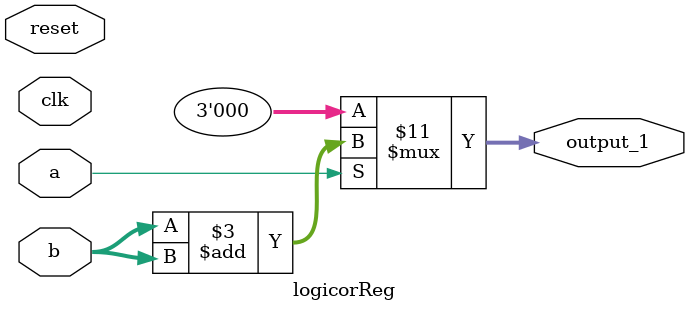
<source format=v>

`timescale 1ns/1ps

module logicorReg (
  input               a,
  input      [2:0]    b,
  output reg [2:0]    output_1,
  input               clk,
  input               reset
);

  reg        [2:0]    reg1;
  reg                 reg3;
  wire                when_logicorReg_l21;

  assign when_logicorReg_l21 = (! a);
  always @(*) begin
    output_1 = 3'b000;
    if(a) begin
      output_1 = (b + b);
    end
  end

  always @(posedge clk or posedge reset) begin
    if(reset) begin
      reg1 <= 3'b000;
    end else begin
      reg1 <= b;
    end
  end

  always @(posedge clk) begin
    if(a) begin
      reg3 <= 1'b1;
    end
    if(when_logicorReg_l21) begin
      reg3 <= 1'b0;
    end
  end

  `ifdef COCOTB_SIM
initial begin
  $dumpfile ("logicorReg.vcd");
  $dumpvars (0, logicorReg);
  #1;
end
`endif
endmodule

</source>
